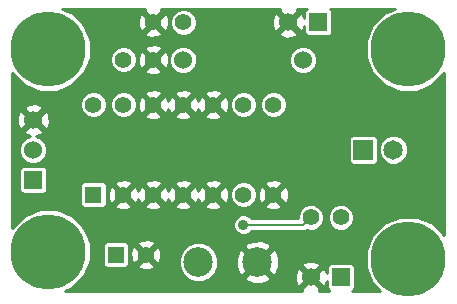
<source format=gbl>
G04 (created by PCBNEW-RS274X (2011-05-25)-stable) date Thu 09 Aug 2012 06:56:50 PM EDT*
G01*
G70*
G90*
%MOIN*%
G04 Gerber Fmt 3.4, Leading zero omitted, Abs format*
%FSLAX34Y34*%
G04 APERTURE LIST*
%ADD10C,0.006000*%
%ADD11C,0.060000*%
%ADD12R,0.060000X0.060000*%
%ADD13R,0.055000X0.055000*%
%ADD14C,0.055000*%
%ADD15C,0.250000*%
%ADD16C,0.098400*%
%ADD17R,0.065000X0.065000*%
%ADD18C,0.065000*%
%ADD19C,0.035000*%
%ADD20C,0.008000*%
%ADD21C,0.010000*%
G04 APERTURE END LIST*
G54D10*
G54D11*
X51000Y-25000D03*
X47000Y-25000D03*
G54D12*
X52250Y-32250D03*
G54D11*
X51250Y-32250D03*
G54D12*
X51500Y-23750D03*
G54D11*
X50500Y-23750D03*
G54D13*
X44000Y-29500D03*
G54D14*
X45000Y-29500D03*
X46000Y-29500D03*
X47000Y-29500D03*
X48000Y-29500D03*
X49000Y-29500D03*
X50000Y-29500D03*
X50000Y-26500D03*
X49000Y-26500D03*
X48000Y-26500D03*
X47000Y-26500D03*
X46000Y-26500D03*
X45000Y-26500D03*
X44000Y-26500D03*
X51250Y-30250D03*
X52250Y-30250D03*
X47000Y-23750D03*
X46000Y-23750D03*
X45000Y-25000D03*
X46000Y-25000D03*
G54D13*
X44750Y-31500D03*
G54D14*
X45750Y-31500D03*
G54D12*
X42000Y-29000D03*
G54D11*
X42000Y-28000D03*
X42000Y-27000D03*
G54D15*
X42500Y-24650D03*
X54500Y-24650D03*
X42500Y-31400D03*
X54500Y-31650D03*
G54D16*
X47500Y-31750D03*
X49469Y-31750D03*
G54D17*
X53000Y-28000D03*
G54D18*
X54000Y-28000D03*
G54D19*
X49000Y-30500D03*
G54D20*
X49000Y-30500D02*
X51000Y-30500D01*
X51000Y-30500D02*
X51250Y-30250D01*
G54D10*
G36*
X55700Y-30843D02*
X55305Y-30448D01*
X54783Y-30231D01*
X54494Y-30231D01*
X54494Y-28099D01*
X54494Y-27902D01*
X54419Y-27720D01*
X54280Y-27581D01*
X54099Y-27506D01*
X53902Y-27506D01*
X53720Y-27581D01*
X53581Y-27720D01*
X53506Y-27901D01*
X53506Y-28098D01*
X53581Y-28280D01*
X53720Y-28419D01*
X53901Y-28494D01*
X54098Y-28494D01*
X54280Y-28419D01*
X54419Y-28280D01*
X54494Y-28099D01*
X54494Y-30231D01*
X54219Y-30231D01*
X53697Y-30447D01*
X53495Y-30648D01*
X53495Y-28359D01*
X53495Y-28291D01*
X53495Y-27641D01*
X53469Y-27579D01*
X53421Y-27531D01*
X53359Y-27505D01*
X53291Y-27505D01*
X52641Y-27505D01*
X52579Y-27531D01*
X52531Y-27579D01*
X52505Y-27641D01*
X52505Y-27709D01*
X52505Y-28359D01*
X52531Y-28421D01*
X52579Y-28469D01*
X52641Y-28495D01*
X52709Y-28495D01*
X53359Y-28495D01*
X53421Y-28469D01*
X53469Y-28421D01*
X53495Y-28359D01*
X53495Y-30648D01*
X53298Y-30845D01*
X53081Y-31367D01*
X53081Y-31931D01*
X53297Y-32453D01*
X53543Y-32700D01*
X52631Y-32700D01*
X52646Y-32694D01*
X52694Y-32646D01*
X52720Y-32584D01*
X52720Y-32516D01*
X52720Y-31916D01*
X52694Y-31854D01*
X52694Y-30339D01*
X52694Y-30162D01*
X52627Y-29999D01*
X52502Y-29874D01*
X52339Y-29806D01*
X52162Y-29806D01*
X51999Y-29873D01*
X51874Y-29998D01*
X51806Y-30161D01*
X51806Y-30338D01*
X51873Y-30501D01*
X51998Y-30626D01*
X52161Y-30694D01*
X52338Y-30694D01*
X52501Y-30627D01*
X52626Y-30502D01*
X52694Y-30339D01*
X52694Y-31854D01*
X52646Y-31806D01*
X52584Y-31780D01*
X52516Y-31780D01*
X51916Y-31780D01*
X51854Y-31806D01*
X51806Y-31854D01*
X51780Y-31916D01*
X51780Y-31984D01*
X51780Y-32111D01*
X51722Y-31969D01*
X51694Y-31960D01*
X51694Y-30339D01*
X51694Y-30162D01*
X51627Y-29999D01*
X51502Y-29874D01*
X51470Y-29860D01*
X51470Y-25094D01*
X51470Y-24907D01*
X51399Y-24734D01*
X51267Y-24602D01*
X51094Y-24530D01*
X50907Y-24530D01*
X50808Y-24570D01*
X50808Y-24128D01*
X50500Y-23821D01*
X50429Y-23891D01*
X50429Y-23750D01*
X50122Y-23442D01*
X50028Y-23469D01*
X49957Y-23671D01*
X49968Y-23884D01*
X50028Y-24031D01*
X50122Y-24058D01*
X50429Y-23750D01*
X50429Y-23891D01*
X50192Y-24128D01*
X50219Y-24222D01*
X50421Y-24293D01*
X50634Y-24282D01*
X50781Y-24222D01*
X50808Y-24128D01*
X50808Y-24570D01*
X50734Y-24601D01*
X50602Y-24733D01*
X50530Y-24906D01*
X50530Y-25093D01*
X50601Y-25266D01*
X50733Y-25398D01*
X50906Y-25470D01*
X51093Y-25470D01*
X51266Y-25399D01*
X51398Y-25267D01*
X51470Y-25094D01*
X51470Y-29860D01*
X51339Y-29806D01*
X51162Y-29806D01*
X50999Y-29873D01*
X50874Y-29998D01*
X50806Y-30161D01*
X50806Y-30290D01*
X50519Y-30290D01*
X50519Y-29574D01*
X50508Y-29370D01*
X50452Y-29233D01*
X50444Y-29230D01*
X50444Y-26589D01*
X50444Y-26412D01*
X50377Y-26249D01*
X50252Y-26124D01*
X50089Y-26056D01*
X49912Y-26056D01*
X49749Y-26123D01*
X49624Y-26248D01*
X49556Y-26411D01*
X49556Y-26588D01*
X49623Y-26751D01*
X49748Y-26876D01*
X49911Y-26944D01*
X50088Y-26944D01*
X50251Y-26877D01*
X50376Y-26752D01*
X50444Y-26589D01*
X50444Y-29230D01*
X50361Y-29210D01*
X50290Y-29281D01*
X50290Y-29139D01*
X50267Y-29048D01*
X50074Y-28981D01*
X49870Y-28992D01*
X49733Y-29048D01*
X49710Y-29139D01*
X50000Y-29429D01*
X50290Y-29139D01*
X50290Y-29281D01*
X50071Y-29500D01*
X50361Y-29790D01*
X50452Y-29767D01*
X50519Y-29574D01*
X50519Y-30290D01*
X50290Y-30290D01*
X50290Y-29861D01*
X50000Y-29571D01*
X49929Y-29642D01*
X49929Y-29500D01*
X49639Y-29210D01*
X49548Y-29233D01*
X49481Y-29426D01*
X49492Y-29630D01*
X49548Y-29767D01*
X49639Y-29790D01*
X49929Y-29500D01*
X49929Y-29642D01*
X49710Y-29861D01*
X49733Y-29952D01*
X49926Y-30019D01*
X50130Y-30008D01*
X50267Y-29952D01*
X50290Y-29861D01*
X50290Y-30290D01*
X49444Y-30290D01*
X49444Y-29589D01*
X49444Y-29412D01*
X49444Y-26589D01*
X49444Y-26412D01*
X49377Y-26249D01*
X49252Y-26124D01*
X49089Y-26056D01*
X48912Y-26056D01*
X48749Y-26123D01*
X48624Y-26248D01*
X48556Y-26411D01*
X48556Y-26588D01*
X48623Y-26751D01*
X48748Y-26876D01*
X48911Y-26944D01*
X49088Y-26944D01*
X49251Y-26877D01*
X49376Y-26752D01*
X49444Y-26589D01*
X49444Y-29412D01*
X49377Y-29249D01*
X49252Y-29124D01*
X49089Y-29056D01*
X48912Y-29056D01*
X48749Y-29123D01*
X48624Y-29248D01*
X48556Y-29411D01*
X48556Y-29588D01*
X48623Y-29751D01*
X48748Y-29876D01*
X48911Y-29944D01*
X49088Y-29944D01*
X49251Y-29877D01*
X49376Y-29752D01*
X49444Y-29589D01*
X49444Y-30290D01*
X49276Y-30290D01*
X49195Y-30209D01*
X49069Y-30156D01*
X48932Y-30156D01*
X48806Y-30208D01*
X48709Y-30305D01*
X48656Y-30431D01*
X48656Y-30568D01*
X48708Y-30694D01*
X48805Y-30791D01*
X48931Y-30844D01*
X49068Y-30844D01*
X49194Y-30792D01*
X49276Y-30710D01*
X51000Y-30710D01*
X51000Y-30709D01*
X51067Y-30696D01*
X51080Y-30694D01*
X51081Y-30694D01*
X51110Y-30673D01*
X51111Y-30673D01*
X51161Y-30694D01*
X51338Y-30694D01*
X51501Y-30627D01*
X51626Y-30502D01*
X51694Y-30339D01*
X51694Y-31960D01*
X51628Y-31942D01*
X51558Y-32012D01*
X51558Y-31872D01*
X51531Y-31778D01*
X51329Y-31707D01*
X51116Y-31718D01*
X50969Y-31778D01*
X50942Y-31872D01*
X51250Y-32179D01*
X51558Y-31872D01*
X51558Y-32012D01*
X51321Y-32250D01*
X51628Y-32558D01*
X51722Y-32531D01*
X51780Y-32365D01*
X51780Y-32584D01*
X51806Y-32646D01*
X51854Y-32694D01*
X51868Y-32700D01*
X51537Y-32700D01*
X51558Y-32628D01*
X51250Y-32321D01*
X51179Y-32391D01*
X51179Y-32250D01*
X50872Y-31942D01*
X50778Y-31969D01*
X50707Y-32171D01*
X50718Y-32384D01*
X50778Y-32531D01*
X50872Y-32558D01*
X51179Y-32250D01*
X51179Y-32391D01*
X50942Y-32628D01*
X50962Y-32700D01*
X50200Y-32700D01*
X50200Y-31874D01*
X50192Y-31585D01*
X50097Y-31355D01*
X49984Y-31306D01*
X49913Y-31377D01*
X49913Y-31235D01*
X49864Y-31122D01*
X49593Y-31019D01*
X49304Y-31027D01*
X49074Y-31122D01*
X49025Y-31235D01*
X49469Y-31679D01*
X49913Y-31235D01*
X49913Y-31377D01*
X49540Y-31750D01*
X49984Y-32194D01*
X50097Y-32145D01*
X50200Y-31874D01*
X50200Y-32700D01*
X49913Y-32700D01*
X49913Y-32265D01*
X49469Y-31821D01*
X49398Y-31892D01*
X49398Y-31750D01*
X48954Y-31306D01*
X48841Y-31355D01*
X48738Y-31626D01*
X48746Y-31915D01*
X48841Y-32145D01*
X48954Y-32194D01*
X49398Y-31750D01*
X49398Y-31892D01*
X49025Y-32265D01*
X49074Y-32378D01*
X49345Y-32481D01*
X49634Y-32473D01*
X49864Y-32378D01*
X49913Y-32265D01*
X49913Y-32700D01*
X48519Y-32700D01*
X48519Y-29574D01*
X48519Y-26574D01*
X48508Y-26370D01*
X48452Y-26233D01*
X48361Y-26210D01*
X48290Y-26281D01*
X48290Y-26139D01*
X48267Y-26048D01*
X48074Y-25981D01*
X47870Y-25992D01*
X47733Y-26048D01*
X47710Y-26139D01*
X48000Y-26429D01*
X48290Y-26139D01*
X48290Y-26281D01*
X48071Y-26500D01*
X48361Y-26790D01*
X48452Y-26767D01*
X48519Y-26574D01*
X48519Y-29574D01*
X48508Y-29370D01*
X48452Y-29233D01*
X48361Y-29210D01*
X48290Y-29281D01*
X48290Y-29139D01*
X48290Y-26861D01*
X48000Y-26571D01*
X47929Y-26642D01*
X47929Y-26500D01*
X47639Y-26210D01*
X47548Y-26233D01*
X47503Y-26359D01*
X47470Y-26277D01*
X47470Y-25094D01*
X47470Y-24907D01*
X47444Y-24843D01*
X47444Y-23839D01*
X47444Y-23662D01*
X47377Y-23499D01*
X47252Y-23374D01*
X47089Y-23306D01*
X46912Y-23306D01*
X46749Y-23373D01*
X46624Y-23498D01*
X46556Y-23661D01*
X46556Y-23838D01*
X46623Y-24001D01*
X46748Y-24126D01*
X46911Y-24194D01*
X47088Y-24194D01*
X47251Y-24127D01*
X47376Y-24002D01*
X47444Y-23839D01*
X47444Y-24843D01*
X47399Y-24734D01*
X47267Y-24602D01*
X47094Y-24530D01*
X46907Y-24530D01*
X46734Y-24601D01*
X46602Y-24733D01*
X46530Y-24906D01*
X46530Y-25093D01*
X46601Y-25266D01*
X46733Y-25398D01*
X46906Y-25470D01*
X47093Y-25470D01*
X47266Y-25399D01*
X47398Y-25267D01*
X47470Y-25094D01*
X47470Y-26277D01*
X47452Y-26233D01*
X47361Y-26210D01*
X47290Y-26281D01*
X47290Y-26139D01*
X47267Y-26048D01*
X47074Y-25981D01*
X46870Y-25992D01*
X46733Y-26048D01*
X46710Y-26139D01*
X47000Y-26429D01*
X47290Y-26139D01*
X47290Y-26281D01*
X47071Y-26500D01*
X47361Y-26790D01*
X47452Y-26767D01*
X47496Y-26640D01*
X47548Y-26767D01*
X47639Y-26790D01*
X47929Y-26500D01*
X47929Y-26642D01*
X47710Y-26861D01*
X47733Y-26952D01*
X47926Y-27019D01*
X48130Y-27008D01*
X48267Y-26952D01*
X48290Y-26861D01*
X48290Y-29139D01*
X48267Y-29048D01*
X48074Y-28981D01*
X47870Y-28992D01*
X47733Y-29048D01*
X47710Y-29139D01*
X48000Y-29429D01*
X48290Y-29139D01*
X48290Y-29281D01*
X48071Y-29500D01*
X48361Y-29790D01*
X48452Y-29767D01*
X48519Y-29574D01*
X48519Y-32700D01*
X48290Y-32700D01*
X48290Y-29861D01*
X48000Y-29571D01*
X47929Y-29642D01*
X47929Y-29500D01*
X47639Y-29210D01*
X47548Y-29233D01*
X47503Y-29359D01*
X47452Y-29233D01*
X47361Y-29210D01*
X47290Y-29281D01*
X47290Y-29139D01*
X47290Y-26861D01*
X47000Y-26571D01*
X46929Y-26642D01*
X46929Y-26500D01*
X46639Y-26210D01*
X46548Y-26233D01*
X46519Y-26314D01*
X46519Y-25074D01*
X46519Y-23824D01*
X46508Y-23620D01*
X46452Y-23483D01*
X46361Y-23460D01*
X46071Y-23750D01*
X46361Y-24040D01*
X46452Y-24017D01*
X46519Y-23824D01*
X46519Y-25074D01*
X46508Y-24870D01*
X46452Y-24733D01*
X46361Y-24710D01*
X46290Y-24781D01*
X46290Y-24639D01*
X46290Y-24111D01*
X46000Y-23821D01*
X45929Y-23892D01*
X45929Y-23750D01*
X45639Y-23460D01*
X45548Y-23483D01*
X45481Y-23676D01*
X45492Y-23880D01*
X45548Y-24017D01*
X45639Y-24040D01*
X45929Y-23750D01*
X45929Y-23892D01*
X45710Y-24111D01*
X45733Y-24202D01*
X45926Y-24269D01*
X46130Y-24258D01*
X46267Y-24202D01*
X46290Y-24111D01*
X46290Y-24639D01*
X46267Y-24548D01*
X46074Y-24481D01*
X45870Y-24492D01*
X45733Y-24548D01*
X45710Y-24639D01*
X46000Y-24929D01*
X46290Y-24639D01*
X46290Y-24781D01*
X46071Y-25000D01*
X46361Y-25290D01*
X46452Y-25267D01*
X46519Y-25074D01*
X46519Y-26314D01*
X46503Y-26359D01*
X46452Y-26233D01*
X46361Y-26210D01*
X46290Y-26281D01*
X46290Y-26139D01*
X46290Y-25361D01*
X46000Y-25071D01*
X45929Y-25142D01*
X45929Y-25000D01*
X45639Y-24710D01*
X45548Y-24733D01*
X45481Y-24926D01*
X45492Y-25130D01*
X45548Y-25267D01*
X45639Y-25290D01*
X45929Y-25000D01*
X45929Y-25142D01*
X45710Y-25361D01*
X45733Y-25452D01*
X45926Y-25519D01*
X46130Y-25508D01*
X46267Y-25452D01*
X46290Y-25361D01*
X46290Y-26139D01*
X46267Y-26048D01*
X46074Y-25981D01*
X45870Y-25992D01*
X45733Y-26048D01*
X45710Y-26139D01*
X46000Y-26429D01*
X46290Y-26139D01*
X46290Y-26281D01*
X46071Y-26500D01*
X46361Y-26790D01*
X46452Y-26767D01*
X46496Y-26640D01*
X46548Y-26767D01*
X46639Y-26790D01*
X46929Y-26500D01*
X46929Y-26642D01*
X46710Y-26861D01*
X46733Y-26952D01*
X46926Y-27019D01*
X47130Y-27008D01*
X47267Y-26952D01*
X47290Y-26861D01*
X47290Y-29139D01*
X47267Y-29048D01*
X47074Y-28981D01*
X46870Y-28992D01*
X46733Y-29048D01*
X46710Y-29139D01*
X47000Y-29429D01*
X47290Y-29139D01*
X47290Y-29281D01*
X47071Y-29500D01*
X47361Y-29790D01*
X47452Y-29767D01*
X47496Y-29640D01*
X47548Y-29767D01*
X47639Y-29790D01*
X47929Y-29500D01*
X47929Y-29642D01*
X47710Y-29861D01*
X47733Y-29952D01*
X47926Y-30019D01*
X48130Y-30008D01*
X48267Y-29952D01*
X48290Y-29861D01*
X48290Y-32700D01*
X48161Y-32700D01*
X48161Y-31882D01*
X48161Y-31619D01*
X48061Y-31376D01*
X47875Y-31190D01*
X47632Y-31089D01*
X47369Y-31089D01*
X47290Y-31121D01*
X47290Y-29861D01*
X47000Y-29571D01*
X46929Y-29642D01*
X46929Y-29500D01*
X46639Y-29210D01*
X46548Y-29233D01*
X46503Y-29359D01*
X46452Y-29233D01*
X46361Y-29210D01*
X46290Y-29281D01*
X46290Y-29139D01*
X46290Y-26861D01*
X46000Y-26571D01*
X45929Y-26642D01*
X45929Y-26500D01*
X45639Y-26210D01*
X45548Y-26233D01*
X45481Y-26426D01*
X45492Y-26630D01*
X45548Y-26767D01*
X45639Y-26790D01*
X45929Y-26500D01*
X45929Y-26642D01*
X45710Y-26861D01*
X45733Y-26952D01*
X45926Y-27019D01*
X46130Y-27008D01*
X46267Y-26952D01*
X46290Y-26861D01*
X46290Y-29139D01*
X46267Y-29048D01*
X46074Y-28981D01*
X45870Y-28992D01*
X45733Y-29048D01*
X45710Y-29139D01*
X46000Y-29429D01*
X46290Y-29139D01*
X46290Y-29281D01*
X46071Y-29500D01*
X46361Y-29790D01*
X46452Y-29767D01*
X46496Y-29640D01*
X46548Y-29767D01*
X46639Y-29790D01*
X46929Y-29500D01*
X46929Y-29642D01*
X46710Y-29861D01*
X46733Y-29952D01*
X46926Y-30019D01*
X47130Y-30008D01*
X47267Y-29952D01*
X47290Y-29861D01*
X47290Y-31121D01*
X47126Y-31189D01*
X46940Y-31375D01*
X46839Y-31618D01*
X46839Y-31881D01*
X46939Y-32124D01*
X47125Y-32310D01*
X47368Y-32411D01*
X47631Y-32411D01*
X47874Y-32311D01*
X48060Y-32125D01*
X48161Y-31882D01*
X48161Y-32700D01*
X46290Y-32700D01*
X46290Y-29861D01*
X46000Y-29571D01*
X45929Y-29642D01*
X45929Y-29500D01*
X45639Y-29210D01*
X45548Y-29233D01*
X45503Y-29359D01*
X45452Y-29233D01*
X45444Y-29230D01*
X45444Y-26589D01*
X45444Y-26412D01*
X45444Y-25089D01*
X45444Y-24912D01*
X45377Y-24749D01*
X45252Y-24624D01*
X45089Y-24556D01*
X44912Y-24556D01*
X44749Y-24623D01*
X44624Y-24748D01*
X44556Y-24911D01*
X44556Y-25088D01*
X44623Y-25251D01*
X44748Y-25376D01*
X44911Y-25444D01*
X45088Y-25444D01*
X45251Y-25377D01*
X45376Y-25252D01*
X45444Y-25089D01*
X45444Y-26412D01*
X45377Y-26249D01*
X45252Y-26124D01*
X45089Y-26056D01*
X44912Y-26056D01*
X44749Y-26123D01*
X44624Y-26248D01*
X44556Y-26411D01*
X44556Y-26588D01*
X44623Y-26751D01*
X44748Y-26876D01*
X44911Y-26944D01*
X45088Y-26944D01*
X45251Y-26877D01*
X45376Y-26752D01*
X45444Y-26589D01*
X45444Y-29230D01*
X45361Y-29210D01*
X45290Y-29281D01*
X45290Y-29139D01*
X45267Y-29048D01*
X45074Y-28981D01*
X44870Y-28992D01*
X44733Y-29048D01*
X44710Y-29139D01*
X45000Y-29429D01*
X45290Y-29139D01*
X45290Y-29281D01*
X45071Y-29500D01*
X45361Y-29790D01*
X45452Y-29767D01*
X45496Y-29640D01*
X45548Y-29767D01*
X45639Y-29790D01*
X45929Y-29500D01*
X45929Y-29642D01*
X45710Y-29861D01*
X45733Y-29952D01*
X45926Y-30019D01*
X46130Y-30008D01*
X46267Y-29952D01*
X46290Y-29861D01*
X46290Y-32700D01*
X46269Y-32700D01*
X46269Y-31574D01*
X46258Y-31370D01*
X46202Y-31233D01*
X46111Y-31210D01*
X46040Y-31281D01*
X46040Y-31139D01*
X46017Y-31048D01*
X45824Y-30981D01*
X45620Y-30992D01*
X45483Y-31048D01*
X45460Y-31139D01*
X45750Y-31429D01*
X46040Y-31139D01*
X46040Y-31281D01*
X45821Y-31500D01*
X46111Y-31790D01*
X46202Y-31767D01*
X46269Y-31574D01*
X46269Y-32700D01*
X46040Y-32700D01*
X46040Y-31861D01*
X45750Y-31571D01*
X45679Y-31642D01*
X45679Y-31500D01*
X45389Y-31210D01*
X45298Y-31233D01*
X45290Y-31256D01*
X45290Y-29861D01*
X45000Y-29571D01*
X44929Y-29642D01*
X44929Y-29500D01*
X44639Y-29210D01*
X44548Y-29233D01*
X44481Y-29426D01*
X44492Y-29630D01*
X44548Y-29767D01*
X44639Y-29790D01*
X44929Y-29500D01*
X44929Y-29642D01*
X44710Y-29861D01*
X44733Y-29952D01*
X44926Y-30019D01*
X45130Y-30008D01*
X45267Y-29952D01*
X45290Y-29861D01*
X45290Y-31256D01*
X45231Y-31426D01*
X45242Y-31630D01*
X45298Y-31767D01*
X45389Y-31790D01*
X45679Y-31500D01*
X45679Y-31642D01*
X45460Y-31861D01*
X45483Y-31952D01*
X45676Y-32019D01*
X45880Y-32008D01*
X46017Y-31952D01*
X46040Y-31861D01*
X46040Y-32700D01*
X45195Y-32700D01*
X45195Y-31809D01*
X45195Y-31741D01*
X45195Y-31191D01*
X45169Y-31129D01*
X45121Y-31081D01*
X45059Y-31055D01*
X44991Y-31055D01*
X44445Y-31055D01*
X44445Y-29809D01*
X44445Y-29741D01*
X44445Y-29191D01*
X44444Y-29188D01*
X44444Y-26589D01*
X44444Y-26412D01*
X44377Y-26249D01*
X44252Y-26124D01*
X44089Y-26056D01*
X43912Y-26056D01*
X43749Y-26123D01*
X43624Y-26248D01*
X43556Y-26411D01*
X43556Y-26588D01*
X43623Y-26751D01*
X43748Y-26876D01*
X43911Y-26944D01*
X44088Y-26944D01*
X44251Y-26877D01*
X44376Y-26752D01*
X44444Y-26589D01*
X44444Y-29188D01*
X44419Y-29129D01*
X44371Y-29081D01*
X44309Y-29055D01*
X44241Y-29055D01*
X43691Y-29055D01*
X43629Y-29081D01*
X43581Y-29129D01*
X43555Y-29191D01*
X43555Y-29259D01*
X43555Y-29809D01*
X43581Y-29871D01*
X43629Y-29919D01*
X43691Y-29945D01*
X43759Y-29945D01*
X44309Y-29945D01*
X44371Y-29919D01*
X44419Y-29871D01*
X44445Y-29809D01*
X44445Y-31055D01*
X44441Y-31055D01*
X44379Y-31081D01*
X44331Y-31129D01*
X44305Y-31191D01*
X44305Y-31259D01*
X44305Y-31809D01*
X44331Y-31871D01*
X44379Y-31919D01*
X44441Y-31945D01*
X44509Y-31945D01*
X45059Y-31945D01*
X45121Y-31919D01*
X45169Y-31871D01*
X45195Y-31809D01*
X45195Y-32700D01*
X43068Y-32700D01*
X43303Y-32603D01*
X43702Y-32205D01*
X43919Y-31683D01*
X43919Y-31119D01*
X43703Y-30597D01*
X43305Y-30198D01*
X42783Y-29981D01*
X42543Y-29981D01*
X42543Y-27079D01*
X42532Y-26866D01*
X42472Y-26719D01*
X42378Y-26692D01*
X42308Y-26762D01*
X42308Y-26622D01*
X42281Y-26528D01*
X42079Y-26457D01*
X41866Y-26468D01*
X41719Y-26528D01*
X41692Y-26622D01*
X42000Y-26929D01*
X42308Y-26622D01*
X42308Y-26762D01*
X42071Y-27000D01*
X42378Y-27308D01*
X42472Y-27281D01*
X42543Y-27079D01*
X42543Y-29981D01*
X42470Y-29981D01*
X42470Y-29334D01*
X42470Y-29266D01*
X42470Y-28666D01*
X42470Y-28094D01*
X42470Y-27907D01*
X42399Y-27734D01*
X42267Y-27602D01*
X42102Y-27533D01*
X42134Y-27532D01*
X42281Y-27472D01*
X42308Y-27378D01*
X42000Y-27071D01*
X41929Y-27141D01*
X41929Y-27000D01*
X41622Y-26692D01*
X41528Y-26719D01*
X41457Y-26921D01*
X41468Y-27134D01*
X41528Y-27281D01*
X41622Y-27308D01*
X41929Y-27000D01*
X41929Y-27141D01*
X41692Y-27378D01*
X41719Y-27472D01*
X41896Y-27534D01*
X41734Y-27601D01*
X41602Y-27733D01*
X41530Y-27906D01*
X41530Y-28093D01*
X41601Y-28266D01*
X41733Y-28398D01*
X41906Y-28470D01*
X42093Y-28470D01*
X42266Y-28399D01*
X42398Y-28267D01*
X42470Y-28094D01*
X42470Y-28666D01*
X42444Y-28604D01*
X42396Y-28556D01*
X42334Y-28530D01*
X42266Y-28530D01*
X41666Y-28530D01*
X41604Y-28556D01*
X41556Y-28604D01*
X41530Y-28666D01*
X41530Y-28734D01*
X41530Y-29334D01*
X41556Y-29396D01*
X41604Y-29444D01*
X41666Y-29470D01*
X41734Y-29470D01*
X42334Y-29470D01*
X42396Y-29444D01*
X42444Y-29396D01*
X42470Y-29334D01*
X42470Y-29981D01*
X42219Y-29981D01*
X41697Y-30197D01*
X41300Y-30593D01*
X41300Y-25456D01*
X41695Y-25852D01*
X42217Y-26069D01*
X42781Y-26069D01*
X43303Y-25853D01*
X43702Y-25455D01*
X43919Y-24933D01*
X43919Y-24369D01*
X43703Y-23847D01*
X43305Y-23448D01*
X42948Y-23300D01*
X45732Y-23300D01*
X45710Y-23389D01*
X46000Y-23679D01*
X46290Y-23389D01*
X46267Y-23300D01*
X50212Y-23300D01*
X50192Y-23372D01*
X50500Y-23679D01*
X50808Y-23372D01*
X50787Y-23300D01*
X51118Y-23300D01*
X51104Y-23306D01*
X51056Y-23354D01*
X51030Y-23416D01*
X51030Y-23484D01*
X51030Y-23611D01*
X50972Y-23469D01*
X50878Y-23442D01*
X50571Y-23750D01*
X50878Y-24058D01*
X50972Y-24031D01*
X51030Y-23865D01*
X51030Y-24084D01*
X51056Y-24146D01*
X51104Y-24194D01*
X51166Y-24220D01*
X51234Y-24220D01*
X51834Y-24220D01*
X51896Y-24194D01*
X51944Y-24146D01*
X51970Y-24084D01*
X51970Y-24016D01*
X51970Y-23416D01*
X51944Y-23354D01*
X51896Y-23306D01*
X51881Y-23300D01*
X54052Y-23300D01*
X53697Y-23447D01*
X53298Y-23845D01*
X53081Y-24367D01*
X53081Y-24931D01*
X53297Y-25453D01*
X53695Y-25852D01*
X54217Y-26069D01*
X54781Y-26069D01*
X55303Y-25853D01*
X55700Y-25456D01*
X55700Y-30843D01*
X55700Y-30843D01*
G37*
G54D21*
X55700Y-30843D02*
X55305Y-30448D01*
X54783Y-30231D01*
X54494Y-30231D01*
X54494Y-28099D01*
X54494Y-27902D01*
X54419Y-27720D01*
X54280Y-27581D01*
X54099Y-27506D01*
X53902Y-27506D01*
X53720Y-27581D01*
X53581Y-27720D01*
X53506Y-27901D01*
X53506Y-28098D01*
X53581Y-28280D01*
X53720Y-28419D01*
X53901Y-28494D01*
X54098Y-28494D01*
X54280Y-28419D01*
X54419Y-28280D01*
X54494Y-28099D01*
X54494Y-30231D01*
X54219Y-30231D01*
X53697Y-30447D01*
X53495Y-30648D01*
X53495Y-28359D01*
X53495Y-28291D01*
X53495Y-27641D01*
X53469Y-27579D01*
X53421Y-27531D01*
X53359Y-27505D01*
X53291Y-27505D01*
X52641Y-27505D01*
X52579Y-27531D01*
X52531Y-27579D01*
X52505Y-27641D01*
X52505Y-27709D01*
X52505Y-28359D01*
X52531Y-28421D01*
X52579Y-28469D01*
X52641Y-28495D01*
X52709Y-28495D01*
X53359Y-28495D01*
X53421Y-28469D01*
X53469Y-28421D01*
X53495Y-28359D01*
X53495Y-30648D01*
X53298Y-30845D01*
X53081Y-31367D01*
X53081Y-31931D01*
X53297Y-32453D01*
X53543Y-32700D01*
X52631Y-32700D01*
X52646Y-32694D01*
X52694Y-32646D01*
X52720Y-32584D01*
X52720Y-32516D01*
X52720Y-31916D01*
X52694Y-31854D01*
X52694Y-30339D01*
X52694Y-30162D01*
X52627Y-29999D01*
X52502Y-29874D01*
X52339Y-29806D01*
X52162Y-29806D01*
X51999Y-29873D01*
X51874Y-29998D01*
X51806Y-30161D01*
X51806Y-30338D01*
X51873Y-30501D01*
X51998Y-30626D01*
X52161Y-30694D01*
X52338Y-30694D01*
X52501Y-30627D01*
X52626Y-30502D01*
X52694Y-30339D01*
X52694Y-31854D01*
X52646Y-31806D01*
X52584Y-31780D01*
X52516Y-31780D01*
X51916Y-31780D01*
X51854Y-31806D01*
X51806Y-31854D01*
X51780Y-31916D01*
X51780Y-31984D01*
X51780Y-32111D01*
X51722Y-31969D01*
X51694Y-31960D01*
X51694Y-30339D01*
X51694Y-30162D01*
X51627Y-29999D01*
X51502Y-29874D01*
X51470Y-29860D01*
X51470Y-25094D01*
X51470Y-24907D01*
X51399Y-24734D01*
X51267Y-24602D01*
X51094Y-24530D01*
X50907Y-24530D01*
X50808Y-24570D01*
X50808Y-24128D01*
X50500Y-23821D01*
X50429Y-23891D01*
X50429Y-23750D01*
X50122Y-23442D01*
X50028Y-23469D01*
X49957Y-23671D01*
X49968Y-23884D01*
X50028Y-24031D01*
X50122Y-24058D01*
X50429Y-23750D01*
X50429Y-23891D01*
X50192Y-24128D01*
X50219Y-24222D01*
X50421Y-24293D01*
X50634Y-24282D01*
X50781Y-24222D01*
X50808Y-24128D01*
X50808Y-24570D01*
X50734Y-24601D01*
X50602Y-24733D01*
X50530Y-24906D01*
X50530Y-25093D01*
X50601Y-25266D01*
X50733Y-25398D01*
X50906Y-25470D01*
X51093Y-25470D01*
X51266Y-25399D01*
X51398Y-25267D01*
X51470Y-25094D01*
X51470Y-29860D01*
X51339Y-29806D01*
X51162Y-29806D01*
X50999Y-29873D01*
X50874Y-29998D01*
X50806Y-30161D01*
X50806Y-30290D01*
X50519Y-30290D01*
X50519Y-29574D01*
X50508Y-29370D01*
X50452Y-29233D01*
X50444Y-29230D01*
X50444Y-26589D01*
X50444Y-26412D01*
X50377Y-26249D01*
X50252Y-26124D01*
X50089Y-26056D01*
X49912Y-26056D01*
X49749Y-26123D01*
X49624Y-26248D01*
X49556Y-26411D01*
X49556Y-26588D01*
X49623Y-26751D01*
X49748Y-26876D01*
X49911Y-26944D01*
X50088Y-26944D01*
X50251Y-26877D01*
X50376Y-26752D01*
X50444Y-26589D01*
X50444Y-29230D01*
X50361Y-29210D01*
X50290Y-29281D01*
X50290Y-29139D01*
X50267Y-29048D01*
X50074Y-28981D01*
X49870Y-28992D01*
X49733Y-29048D01*
X49710Y-29139D01*
X50000Y-29429D01*
X50290Y-29139D01*
X50290Y-29281D01*
X50071Y-29500D01*
X50361Y-29790D01*
X50452Y-29767D01*
X50519Y-29574D01*
X50519Y-30290D01*
X50290Y-30290D01*
X50290Y-29861D01*
X50000Y-29571D01*
X49929Y-29642D01*
X49929Y-29500D01*
X49639Y-29210D01*
X49548Y-29233D01*
X49481Y-29426D01*
X49492Y-29630D01*
X49548Y-29767D01*
X49639Y-29790D01*
X49929Y-29500D01*
X49929Y-29642D01*
X49710Y-29861D01*
X49733Y-29952D01*
X49926Y-30019D01*
X50130Y-30008D01*
X50267Y-29952D01*
X50290Y-29861D01*
X50290Y-30290D01*
X49444Y-30290D01*
X49444Y-29589D01*
X49444Y-29412D01*
X49444Y-26589D01*
X49444Y-26412D01*
X49377Y-26249D01*
X49252Y-26124D01*
X49089Y-26056D01*
X48912Y-26056D01*
X48749Y-26123D01*
X48624Y-26248D01*
X48556Y-26411D01*
X48556Y-26588D01*
X48623Y-26751D01*
X48748Y-26876D01*
X48911Y-26944D01*
X49088Y-26944D01*
X49251Y-26877D01*
X49376Y-26752D01*
X49444Y-26589D01*
X49444Y-29412D01*
X49377Y-29249D01*
X49252Y-29124D01*
X49089Y-29056D01*
X48912Y-29056D01*
X48749Y-29123D01*
X48624Y-29248D01*
X48556Y-29411D01*
X48556Y-29588D01*
X48623Y-29751D01*
X48748Y-29876D01*
X48911Y-29944D01*
X49088Y-29944D01*
X49251Y-29877D01*
X49376Y-29752D01*
X49444Y-29589D01*
X49444Y-30290D01*
X49276Y-30290D01*
X49195Y-30209D01*
X49069Y-30156D01*
X48932Y-30156D01*
X48806Y-30208D01*
X48709Y-30305D01*
X48656Y-30431D01*
X48656Y-30568D01*
X48708Y-30694D01*
X48805Y-30791D01*
X48931Y-30844D01*
X49068Y-30844D01*
X49194Y-30792D01*
X49276Y-30710D01*
X51000Y-30710D01*
X51000Y-30709D01*
X51067Y-30696D01*
X51080Y-30694D01*
X51081Y-30694D01*
X51110Y-30673D01*
X51111Y-30673D01*
X51161Y-30694D01*
X51338Y-30694D01*
X51501Y-30627D01*
X51626Y-30502D01*
X51694Y-30339D01*
X51694Y-31960D01*
X51628Y-31942D01*
X51558Y-32012D01*
X51558Y-31872D01*
X51531Y-31778D01*
X51329Y-31707D01*
X51116Y-31718D01*
X50969Y-31778D01*
X50942Y-31872D01*
X51250Y-32179D01*
X51558Y-31872D01*
X51558Y-32012D01*
X51321Y-32250D01*
X51628Y-32558D01*
X51722Y-32531D01*
X51780Y-32365D01*
X51780Y-32584D01*
X51806Y-32646D01*
X51854Y-32694D01*
X51868Y-32700D01*
X51537Y-32700D01*
X51558Y-32628D01*
X51250Y-32321D01*
X51179Y-32391D01*
X51179Y-32250D01*
X50872Y-31942D01*
X50778Y-31969D01*
X50707Y-32171D01*
X50718Y-32384D01*
X50778Y-32531D01*
X50872Y-32558D01*
X51179Y-32250D01*
X51179Y-32391D01*
X50942Y-32628D01*
X50962Y-32700D01*
X50200Y-32700D01*
X50200Y-31874D01*
X50192Y-31585D01*
X50097Y-31355D01*
X49984Y-31306D01*
X49913Y-31377D01*
X49913Y-31235D01*
X49864Y-31122D01*
X49593Y-31019D01*
X49304Y-31027D01*
X49074Y-31122D01*
X49025Y-31235D01*
X49469Y-31679D01*
X49913Y-31235D01*
X49913Y-31377D01*
X49540Y-31750D01*
X49984Y-32194D01*
X50097Y-32145D01*
X50200Y-31874D01*
X50200Y-32700D01*
X49913Y-32700D01*
X49913Y-32265D01*
X49469Y-31821D01*
X49398Y-31892D01*
X49398Y-31750D01*
X48954Y-31306D01*
X48841Y-31355D01*
X48738Y-31626D01*
X48746Y-31915D01*
X48841Y-32145D01*
X48954Y-32194D01*
X49398Y-31750D01*
X49398Y-31892D01*
X49025Y-32265D01*
X49074Y-32378D01*
X49345Y-32481D01*
X49634Y-32473D01*
X49864Y-32378D01*
X49913Y-32265D01*
X49913Y-32700D01*
X48519Y-32700D01*
X48519Y-29574D01*
X48519Y-26574D01*
X48508Y-26370D01*
X48452Y-26233D01*
X48361Y-26210D01*
X48290Y-26281D01*
X48290Y-26139D01*
X48267Y-26048D01*
X48074Y-25981D01*
X47870Y-25992D01*
X47733Y-26048D01*
X47710Y-26139D01*
X48000Y-26429D01*
X48290Y-26139D01*
X48290Y-26281D01*
X48071Y-26500D01*
X48361Y-26790D01*
X48452Y-26767D01*
X48519Y-26574D01*
X48519Y-29574D01*
X48508Y-29370D01*
X48452Y-29233D01*
X48361Y-29210D01*
X48290Y-29281D01*
X48290Y-29139D01*
X48290Y-26861D01*
X48000Y-26571D01*
X47929Y-26642D01*
X47929Y-26500D01*
X47639Y-26210D01*
X47548Y-26233D01*
X47503Y-26359D01*
X47470Y-26277D01*
X47470Y-25094D01*
X47470Y-24907D01*
X47444Y-24843D01*
X47444Y-23839D01*
X47444Y-23662D01*
X47377Y-23499D01*
X47252Y-23374D01*
X47089Y-23306D01*
X46912Y-23306D01*
X46749Y-23373D01*
X46624Y-23498D01*
X46556Y-23661D01*
X46556Y-23838D01*
X46623Y-24001D01*
X46748Y-24126D01*
X46911Y-24194D01*
X47088Y-24194D01*
X47251Y-24127D01*
X47376Y-24002D01*
X47444Y-23839D01*
X47444Y-24843D01*
X47399Y-24734D01*
X47267Y-24602D01*
X47094Y-24530D01*
X46907Y-24530D01*
X46734Y-24601D01*
X46602Y-24733D01*
X46530Y-24906D01*
X46530Y-25093D01*
X46601Y-25266D01*
X46733Y-25398D01*
X46906Y-25470D01*
X47093Y-25470D01*
X47266Y-25399D01*
X47398Y-25267D01*
X47470Y-25094D01*
X47470Y-26277D01*
X47452Y-26233D01*
X47361Y-26210D01*
X47290Y-26281D01*
X47290Y-26139D01*
X47267Y-26048D01*
X47074Y-25981D01*
X46870Y-25992D01*
X46733Y-26048D01*
X46710Y-26139D01*
X47000Y-26429D01*
X47290Y-26139D01*
X47290Y-26281D01*
X47071Y-26500D01*
X47361Y-26790D01*
X47452Y-26767D01*
X47496Y-26640D01*
X47548Y-26767D01*
X47639Y-26790D01*
X47929Y-26500D01*
X47929Y-26642D01*
X47710Y-26861D01*
X47733Y-26952D01*
X47926Y-27019D01*
X48130Y-27008D01*
X48267Y-26952D01*
X48290Y-26861D01*
X48290Y-29139D01*
X48267Y-29048D01*
X48074Y-28981D01*
X47870Y-28992D01*
X47733Y-29048D01*
X47710Y-29139D01*
X48000Y-29429D01*
X48290Y-29139D01*
X48290Y-29281D01*
X48071Y-29500D01*
X48361Y-29790D01*
X48452Y-29767D01*
X48519Y-29574D01*
X48519Y-32700D01*
X48290Y-32700D01*
X48290Y-29861D01*
X48000Y-29571D01*
X47929Y-29642D01*
X47929Y-29500D01*
X47639Y-29210D01*
X47548Y-29233D01*
X47503Y-29359D01*
X47452Y-29233D01*
X47361Y-29210D01*
X47290Y-29281D01*
X47290Y-29139D01*
X47290Y-26861D01*
X47000Y-26571D01*
X46929Y-26642D01*
X46929Y-26500D01*
X46639Y-26210D01*
X46548Y-26233D01*
X46519Y-26314D01*
X46519Y-25074D01*
X46519Y-23824D01*
X46508Y-23620D01*
X46452Y-23483D01*
X46361Y-23460D01*
X46071Y-23750D01*
X46361Y-24040D01*
X46452Y-24017D01*
X46519Y-23824D01*
X46519Y-25074D01*
X46508Y-24870D01*
X46452Y-24733D01*
X46361Y-24710D01*
X46290Y-24781D01*
X46290Y-24639D01*
X46290Y-24111D01*
X46000Y-23821D01*
X45929Y-23892D01*
X45929Y-23750D01*
X45639Y-23460D01*
X45548Y-23483D01*
X45481Y-23676D01*
X45492Y-23880D01*
X45548Y-24017D01*
X45639Y-24040D01*
X45929Y-23750D01*
X45929Y-23892D01*
X45710Y-24111D01*
X45733Y-24202D01*
X45926Y-24269D01*
X46130Y-24258D01*
X46267Y-24202D01*
X46290Y-24111D01*
X46290Y-24639D01*
X46267Y-24548D01*
X46074Y-24481D01*
X45870Y-24492D01*
X45733Y-24548D01*
X45710Y-24639D01*
X46000Y-24929D01*
X46290Y-24639D01*
X46290Y-24781D01*
X46071Y-25000D01*
X46361Y-25290D01*
X46452Y-25267D01*
X46519Y-25074D01*
X46519Y-26314D01*
X46503Y-26359D01*
X46452Y-26233D01*
X46361Y-26210D01*
X46290Y-26281D01*
X46290Y-26139D01*
X46290Y-25361D01*
X46000Y-25071D01*
X45929Y-25142D01*
X45929Y-25000D01*
X45639Y-24710D01*
X45548Y-24733D01*
X45481Y-24926D01*
X45492Y-25130D01*
X45548Y-25267D01*
X45639Y-25290D01*
X45929Y-25000D01*
X45929Y-25142D01*
X45710Y-25361D01*
X45733Y-25452D01*
X45926Y-25519D01*
X46130Y-25508D01*
X46267Y-25452D01*
X46290Y-25361D01*
X46290Y-26139D01*
X46267Y-26048D01*
X46074Y-25981D01*
X45870Y-25992D01*
X45733Y-26048D01*
X45710Y-26139D01*
X46000Y-26429D01*
X46290Y-26139D01*
X46290Y-26281D01*
X46071Y-26500D01*
X46361Y-26790D01*
X46452Y-26767D01*
X46496Y-26640D01*
X46548Y-26767D01*
X46639Y-26790D01*
X46929Y-26500D01*
X46929Y-26642D01*
X46710Y-26861D01*
X46733Y-26952D01*
X46926Y-27019D01*
X47130Y-27008D01*
X47267Y-26952D01*
X47290Y-26861D01*
X47290Y-29139D01*
X47267Y-29048D01*
X47074Y-28981D01*
X46870Y-28992D01*
X46733Y-29048D01*
X46710Y-29139D01*
X47000Y-29429D01*
X47290Y-29139D01*
X47290Y-29281D01*
X47071Y-29500D01*
X47361Y-29790D01*
X47452Y-29767D01*
X47496Y-29640D01*
X47548Y-29767D01*
X47639Y-29790D01*
X47929Y-29500D01*
X47929Y-29642D01*
X47710Y-29861D01*
X47733Y-29952D01*
X47926Y-30019D01*
X48130Y-30008D01*
X48267Y-29952D01*
X48290Y-29861D01*
X48290Y-32700D01*
X48161Y-32700D01*
X48161Y-31882D01*
X48161Y-31619D01*
X48061Y-31376D01*
X47875Y-31190D01*
X47632Y-31089D01*
X47369Y-31089D01*
X47290Y-31121D01*
X47290Y-29861D01*
X47000Y-29571D01*
X46929Y-29642D01*
X46929Y-29500D01*
X46639Y-29210D01*
X46548Y-29233D01*
X46503Y-29359D01*
X46452Y-29233D01*
X46361Y-29210D01*
X46290Y-29281D01*
X46290Y-29139D01*
X46290Y-26861D01*
X46000Y-26571D01*
X45929Y-26642D01*
X45929Y-26500D01*
X45639Y-26210D01*
X45548Y-26233D01*
X45481Y-26426D01*
X45492Y-26630D01*
X45548Y-26767D01*
X45639Y-26790D01*
X45929Y-26500D01*
X45929Y-26642D01*
X45710Y-26861D01*
X45733Y-26952D01*
X45926Y-27019D01*
X46130Y-27008D01*
X46267Y-26952D01*
X46290Y-26861D01*
X46290Y-29139D01*
X46267Y-29048D01*
X46074Y-28981D01*
X45870Y-28992D01*
X45733Y-29048D01*
X45710Y-29139D01*
X46000Y-29429D01*
X46290Y-29139D01*
X46290Y-29281D01*
X46071Y-29500D01*
X46361Y-29790D01*
X46452Y-29767D01*
X46496Y-29640D01*
X46548Y-29767D01*
X46639Y-29790D01*
X46929Y-29500D01*
X46929Y-29642D01*
X46710Y-29861D01*
X46733Y-29952D01*
X46926Y-30019D01*
X47130Y-30008D01*
X47267Y-29952D01*
X47290Y-29861D01*
X47290Y-31121D01*
X47126Y-31189D01*
X46940Y-31375D01*
X46839Y-31618D01*
X46839Y-31881D01*
X46939Y-32124D01*
X47125Y-32310D01*
X47368Y-32411D01*
X47631Y-32411D01*
X47874Y-32311D01*
X48060Y-32125D01*
X48161Y-31882D01*
X48161Y-32700D01*
X46290Y-32700D01*
X46290Y-29861D01*
X46000Y-29571D01*
X45929Y-29642D01*
X45929Y-29500D01*
X45639Y-29210D01*
X45548Y-29233D01*
X45503Y-29359D01*
X45452Y-29233D01*
X45444Y-29230D01*
X45444Y-26589D01*
X45444Y-26412D01*
X45444Y-25089D01*
X45444Y-24912D01*
X45377Y-24749D01*
X45252Y-24624D01*
X45089Y-24556D01*
X44912Y-24556D01*
X44749Y-24623D01*
X44624Y-24748D01*
X44556Y-24911D01*
X44556Y-25088D01*
X44623Y-25251D01*
X44748Y-25376D01*
X44911Y-25444D01*
X45088Y-25444D01*
X45251Y-25377D01*
X45376Y-25252D01*
X45444Y-25089D01*
X45444Y-26412D01*
X45377Y-26249D01*
X45252Y-26124D01*
X45089Y-26056D01*
X44912Y-26056D01*
X44749Y-26123D01*
X44624Y-26248D01*
X44556Y-26411D01*
X44556Y-26588D01*
X44623Y-26751D01*
X44748Y-26876D01*
X44911Y-26944D01*
X45088Y-26944D01*
X45251Y-26877D01*
X45376Y-26752D01*
X45444Y-26589D01*
X45444Y-29230D01*
X45361Y-29210D01*
X45290Y-29281D01*
X45290Y-29139D01*
X45267Y-29048D01*
X45074Y-28981D01*
X44870Y-28992D01*
X44733Y-29048D01*
X44710Y-29139D01*
X45000Y-29429D01*
X45290Y-29139D01*
X45290Y-29281D01*
X45071Y-29500D01*
X45361Y-29790D01*
X45452Y-29767D01*
X45496Y-29640D01*
X45548Y-29767D01*
X45639Y-29790D01*
X45929Y-29500D01*
X45929Y-29642D01*
X45710Y-29861D01*
X45733Y-29952D01*
X45926Y-30019D01*
X46130Y-30008D01*
X46267Y-29952D01*
X46290Y-29861D01*
X46290Y-32700D01*
X46269Y-32700D01*
X46269Y-31574D01*
X46258Y-31370D01*
X46202Y-31233D01*
X46111Y-31210D01*
X46040Y-31281D01*
X46040Y-31139D01*
X46017Y-31048D01*
X45824Y-30981D01*
X45620Y-30992D01*
X45483Y-31048D01*
X45460Y-31139D01*
X45750Y-31429D01*
X46040Y-31139D01*
X46040Y-31281D01*
X45821Y-31500D01*
X46111Y-31790D01*
X46202Y-31767D01*
X46269Y-31574D01*
X46269Y-32700D01*
X46040Y-32700D01*
X46040Y-31861D01*
X45750Y-31571D01*
X45679Y-31642D01*
X45679Y-31500D01*
X45389Y-31210D01*
X45298Y-31233D01*
X45290Y-31256D01*
X45290Y-29861D01*
X45000Y-29571D01*
X44929Y-29642D01*
X44929Y-29500D01*
X44639Y-29210D01*
X44548Y-29233D01*
X44481Y-29426D01*
X44492Y-29630D01*
X44548Y-29767D01*
X44639Y-29790D01*
X44929Y-29500D01*
X44929Y-29642D01*
X44710Y-29861D01*
X44733Y-29952D01*
X44926Y-30019D01*
X45130Y-30008D01*
X45267Y-29952D01*
X45290Y-29861D01*
X45290Y-31256D01*
X45231Y-31426D01*
X45242Y-31630D01*
X45298Y-31767D01*
X45389Y-31790D01*
X45679Y-31500D01*
X45679Y-31642D01*
X45460Y-31861D01*
X45483Y-31952D01*
X45676Y-32019D01*
X45880Y-32008D01*
X46017Y-31952D01*
X46040Y-31861D01*
X46040Y-32700D01*
X45195Y-32700D01*
X45195Y-31809D01*
X45195Y-31741D01*
X45195Y-31191D01*
X45169Y-31129D01*
X45121Y-31081D01*
X45059Y-31055D01*
X44991Y-31055D01*
X44445Y-31055D01*
X44445Y-29809D01*
X44445Y-29741D01*
X44445Y-29191D01*
X44444Y-29188D01*
X44444Y-26589D01*
X44444Y-26412D01*
X44377Y-26249D01*
X44252Y-26124D01*
X44089Y-26056D01*
X43912Y-26056D01*
X43749Y-26123D01*
X43624Y-26248D01*
X43556Y-26411D01*
X43556Y-26588D01*
X43623Y-26751D01*
X43748Y-26876D01*
X43911Y-26944D01*
X44088Y-26944D01*
X44251Y-26877D01*
X44376Y-26752D01*
X44444Y-26589D01*
X44444Y-29188D01*
X44419Y-29129D01*
X44371Y-29081D01*
X44309Y-29055D01*
X44241Y-29055D01*
X43691Y-29055D01*
X43629Y-29081D01*
X43581Y-29129D01*
X43555Y-29191D01*
X43555Y-29259D01*
X43555Y-29809D01*
X43581Y-29871D01*
X43629Y-29919D01*
X43691Y-29945D01*
X43759Y-29945D01*
X44309Y-29945D01*
X44371Y-29919D01*
X44419Y-29871D01*
X44445Y-29809D01*
X44445Y-31055D01*
X44441Y-31055D01*
X44379Y-31081D01*
X44331Y-31129D01*
X44305Y-31191D01*
X44305Y-31259D01*
X44305Y-31809D01*
X44331Y-31871D01*
X44379Y-31919D01*
X44441Y-31945D01*
X44509Y-31945D01*
X45059Y-31945D01*
X45121Y-31919D01*
X45169Y-31871D01*
X45195Y-31809D01*
X45195Y-32700D01*
X43068Y-32700D01*
X43303Y-32603D01*
X43702Y-32205D01*
X43919Y-31683D01*
X43919Y-31119D01*
X43703Y-30597D01*
X43305Y-30198D01*
X42783Y-29981D01*
X42543Y-29981D01*
X42543Y-27079D01*
X42532Y-26866D01*
X42472Y-26719D01*
X42378Y-26692D01*
X42308Y-26762D01*
X42308Y-26622D01*
X42281Y-26528D01*
X42079Y-26457D01*
X41866Y-26468D01*
X41719Y-26528D01*
X41692Y-26622D01*
X42000Y-26929D01*
X42308Y-26622D01*
X42308Y-26762D01*
X42071Y-27000D01*
X42378Y-27308D01*
X42472Y-27281D01*
X42543Y-27079D01*
X42543Y-29981D01*
X42470Y-29981D01*
X42470Y-29334D01*
X42470Y-29266D01*
X42470Y-28666D01*
X42470Y-28094D01*
X42470Y-27907D01*
X42399Y-27734D01*
X42267Y-27602D01*
X42102Y-27533D01*
X42134Y-27532D01*
X42281Y-27472D01*
X42308Y-27378D01*
X42000Y-27071D01*
X41929Y-27141D01*
X41929Y-27000D01*
X41622Y-26692D01*
X41528Y-26719D01*
X41457Y-26921D01*
X41468Y-27134D01*
X41528Y-27281D01*
X41622Y-27308D01*
X41929Y-27000D01*
X41929Y-27141D01*
X41692Y-27378D01*
X41719Y-27472D01*
X41896Y-27534D01*
X41734Y-27601D01*
X41602Y-27733D01*
X41530Y-27906D01*
X41530Y-28093D01*
X41601Y-28266D01*
X41733Y-28398D01*
X41906Y-28470D01*
X42093Y-28470D01*
X42266Y-28399D01*
X42398Y-28267D01*
X42470Y-28094D01*
X42470Y-28666D01*
X42444Y-28604D01*
X42396Y-28556D01*
X42334Y-28530D01*
X42266Y-28530D01*
X41666Y-28530D01*
X41604Y-28556D01*
X41556Y-28604D01*
X41530Y-28666D01*
X41530Y-28734D01*
X41530Y-29334D01*
X41556Y-29396D01*
X41604Y-29444D01*
X41666Y-29470D01*
X41734Y-29470D01*
X42334Y-29470D01*
X42396Y-29444D01*
X42444Y-29396D01*
X42470Y-29334D01*
X42470Y-29981D01*
X42219Y-29981D01*
X41697Y-30197D01*
X41300Y-30593D01*
X41300Y-25456D01*
X41695Y-25852D01*
X42217Y-26069D01*
X42781Y-26069D01*
X43303Y-25853D01*
X43702Y-25455D01*
X43919Y-24933D01*
X43919Y-24369D01*
X43703Y-23847D01*
X43305Y-23448D01*
X42948Y-23300D01*
X45732Y-23300D01*
X45710Y-23389D01*
X46000Y-23679D01*
X46290Y-23389D01*
X46267Y-23300D01*
X50212Y-23300D01*
X50192Y-23372D01*
X50500Y-23679D01*
X50808Y-23372D01*
X50787Y-23300D01*
X51118Y-23300D01*
X51104Y-23306D01*
X51056Y-23354D01*
X51030Y-23416D01*
X51030Y-23484D01*
X51030Y-23611D01*
X50972Y-23469D01*
X50878Y-23442D01*
X50571Y-23750D01*
X50878Y-24058D01*
X50972Y-24031D01*
X51030Y-23865D01*
X51030Y-24084D01*
X51056Y-24146D01*
X51104Y-24194D01*
X51166Y-24220D01*
X51234Y-24220D01*
X51834Y-24220D01*
X51896Y-24194D01*
X51944Y-24146D01*
X51970Y-24084D01*
X51970Y-24016D01*
X51970Y-23416D01*
X51944Y-23354D01*
X51896Y-23306D01*
X51881Y-23300D01*
X54052Y-23300D01*
X53697Y-23447D01*
X53298Y-23845D01*
X53081Y-24367D01*
X53081Y-24931D01*
X53297Y-25453D01*
X53695Y-25852D01*
X54217Y-26069D01*
X54781Y-26069D01*
X55303Y-25853D01*
X55700Y-25456D01*
X55700Y-30843D01*
M02*

</source>
